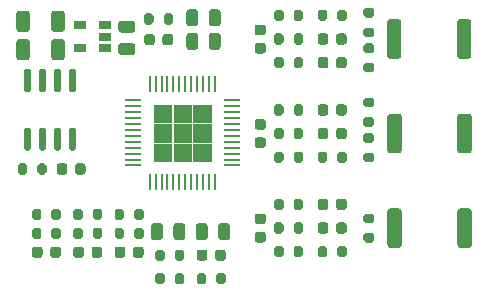
<source format=gbp>
G04 #@! TF.GenerationSoftware,KiCad,Pcbnew,8.0.4+1*
G04 #@! TF.CreationDate,2024-10-19T21:08:08+00:00*
G04 #@! TF.ProjectId,xESC2,78455343-322e-46b6-9963-61645f706362,rev?*
G04 #@! TF.SameCoordinates,Original*
G04 #@! TF.FileFunction,Paste,Bot*
G04 #@! TF.FilePolarity,Positive*
%FSLAX46Y46*%
G04 Gerber Fmt 4.6, Leading zero omitted, Abs format (unit mm)*
G04 Created by KiCad (PCBNEW 8.0.4+1) date 2024-10-19 21:08:08*
%MOMM*%
%LPD*%
G01*
G04 APERTURE LIST*
%ADD10C,0.100000*%
%ADD11R,0.279400X1.340599*%
%ADD12R,1.340599X0.279400*%
%ADD13R,1.060000X0.650000*%
G04 APERTURE END LIST*
D10*
X246266034Y-117416034D02*
X244798100Y-117416034D01*
X244798100Y-115948100D01*
X246266034Y-115948100D01*
X246266034Y-117416034D01*
G36*
X246266034Y-117416034D02*
G01*
X244798100Y-117416034D01*
X244798100Y-115948100D01*
X246266034Y-115948100D01*
X246266034Y-117416034D01*
G37*
X246266034Y-119083967D02*
X244798100Y-119083967D01*
X244798100Y-117616033D01*
X246266034Y-117616033D01*
X246266034Y-119083967D01*
G36*
X246266034Y-119083967D02*
G01*
X244798100Y-119083967D01*
X244798100Y-117616033D01*
X246266034Y-117616033D01*
X246266034Y-119083967D01*
G37*
X246266034Y-120751900D02*
X244798100Y-120751900D01*
X244798100Y-119283966D01*
X246266034Y-119283966D01*
X246266034Y-120751900D01*
G36*
X246266034Y-120751900D02*
G01*
X244798100Y-120751900D01*
X244798100Y-119283966D01*
X246266034Y-119283966D01*
X246266034Y-120751900D01*
G37*
X247933967Y-117416034D02*
X246466033Y-117416034D01*
X246466033Y-115948100D01*
X247933967Y-115948100D01*
X247933967Y-117416034D01*
G36*
X247933967Y-117416034D02*
G01*
X246466033Y-117416034D01*
X246466033Y-115948100D01*
X247933967Y-115948100D01*
X247933967Y-117416034D01*
G37*
X247933967Y-119083967D02*
X246466033Y-119083967D01*
X246466033Y-117616033D01*
X247933967Y-117616033D01*
X247933967Y-119083967D01*
G36*
X247933967Y-119083967D02*
G01*
X246466033Y-119083967D01*
X246466033Y-117616033D01*
X247933967Y-117616033D01*
X247933967Y-119083967D01*
G37*
X247933967Y-120751900D02*
X246466033Y-120751900D01*
X246466033Y-119283966D01*
X247933967Y-119283966D01*
X247933967Y-120751900D01*
G36*
X247933967Y-120751900D02*
G01*
X246466033Y-120751900D01*
X246466033Y-119283966D01*
X247933967Y-119283966D01*
X247933967Y-120751900D01*
G37*
X249601900Y-117416034D02*
X248133966Y-117416034D01*
X248133966Y-115948100D01*
X249601900Y-115948100D01*
X249601900Y-117416034D01*
G36*
X249601900Y-117416034D02*
G01*
X248133966Y-117416034D01*
X248133966Y-115948100D01*
X249601900Y-115948100D01*
X249601900Y-117416034D01*
G37*
X249601900Y-119083967D02*
X248133966Y-119083967D01*
X248133966Y-117616033D01*
X249601900Y-117616033D01*
X249601900Y-119083967D01*
G36*
X249601900Y-119083967D02*
G01*
X248133966Y-119083967D01*
X248133966Y-117616033D01*
X249601900Y-117616033D01*
X249601900Y-119083967D01*
G37*
X249601900Y-120751900D02*
X248133966Y-120751900D01*
X248133966Y-119283966D01*
X249601900Y-119283966D01*
X249601900Y-120751900D01*
G36*
X249601900Y-120751900D02*
G01*
X248133966Y-120751900D01*
X248133966Y-119283966D01*
X249601900Y-119283966D01*
X249601900Y-120751900D01*
G37*
G36*
G01*
X257425000Y-124125000D02*
X257425000Y-124675000D01*
G75*
G02*
X257225000Y-124875000I-200000J0D01*
G01*
X256825000Y-124875000D01*
G75*
G02*
X256625000Y-124675000I0J200000D01*
G01*
X256625000Y-124125000D01*
G75*
G02*
X256825000Y-123925000I200000J0D01*
G01*
X257225000Y-123925000D01*
G75*
G02*
X257425000Y-124125000I0J-200000D01*
G01*
G37*
G36*
G01*
X255775000Y-124125000D02*
X255775000Y-124675000D01*
G75*
G02*
X255575000Y-124875000I-200000J0D01*
G01*
X255175000Y-124875000D01*
G75*
G02*
X254975000Y-124675000I0J200000D01*
G01*
X254975000Y-124125000D01*
G75*
G02*
X255175000Y-123925000I200000J0D01*
G01*
X255575000Y-123925000D01*
G75*
G02*
X255775000Y-124125000I0J-200000D01*
G01*
G37*
G36*
G01*
X244550000Y-127175000D02*
X244550000Y-126225000D01*
G75*
G02*
X244800000Y-125975000I250000J0D01*
G01*
X245300000Y-125975000D01*
G75*
G02*
X245550000Y-126225000I0J-250000D01*
G01*
X245550000Y-127175000D01*
G75*
G02*
X245300000Y-127425000I-250000J0D01*
G01*
X244800000Y-127425000D01*
G75*
G02*
X244550000Y-127175000I0J250000D01*
G01*
G37*
G36*
G01*
X246450000Y-127175000D02*
X246450000Y-126225000D01*
G75*
G02*
X246700000Y-125975000I250000J0D01*
G01*
X247200000Y-125975000D01*
G75*
G02*
X247450000Y-126225000I0J-250000D01*
G01*
X247450000Y-127175000D01*
G75*
G02*
X247200000Y-127425000I-250000J0D01*
G01*
X246700000Y-127425000D01*
G75*
G02*
X246450000Y-127175000I0J250000D01*
G01*
G37*
G36*
G01*
X251250000Y-126225000D02*
X251250000Y-127175000D01*
G75*
G02*
X251000000Y-127425000I-250000J0D01*
G01*
X250500000Y-127425000D01*
G75*
G02*
X250250000Y-127175000I0J250000D01*
G01*
X250250000Y-126225000D01*
G75*
G02*
X250500000Y-125975000I250000J0D01*
G01*
X251000000Y-125975000D01*
G75*
G02*
X251250000Y-126225000I0J-250000D01*
G01*
G37*
G36*
G01*
X249350000Y-126225000D02*
X249350000Y-127175000D01*
G75*
G02*
X249100000Y-127425000I-250000J0D01*
G01*
X248600000Y-127425000D01*
G75*
G02*
X248350000Y-127175000I0J250000D01*
G01*
X248350000Y-126225000D01*
G75*
G02*
X248600000Y-125975000I250000J0D01*
G01*
X249100000Y-125975000D01*
G75*
G02*
X249350000Y-126225000I0J-250000D01*
G01*
G37*
G36*
G01*
X248425000Y-128950000D02*
X248425000Y-128450000D01*
G75*
G02*
X248650000Y-128225000I225000J0D01*
G01*
X249100000Y-128225000D01*
G75*
G02*
X249325000Y-128450000I0J-225000D01*
G01*
X249325000Y-128950000D01*
G75*
G02*
X249100000Y-129175000I-225000J0D01*
G01*
X248650000Y-129175000D01*
G75*
G02*
X248425000Y-128950000I0J225000D01*
G01*
G37*
G36*
G01*
X249975000Y-128950000D02*
X249975000Y-128450000D01*
G75*
G02*
X250200000Y-128225000I225000J0D01*
G01*
X250650000Y-128225000D01*
G75*
G02*
X250875000Y-128450000I0J-225000D01*
G01*
X250875000Y-128950000D01*
G75*
G02*
X250650000Y-129175000I-225000J0D01*
G01*
X250200000Y-129175000D01*
G75*
G02*
X249975000Y-128950000I0J225000D01*
G01*
G37*
G36*
G01*
X243925000Y-128200000D02*
X243925000Y-128700000D01*
G75*
G02*
X243700000Y-128925000I-225000J0D01*
G01*
X243250000Y-128925000D01*
G75*
G02*
X243025000Y-128700000I0J225000D01*
G01*
X243025000Y-128200000D01*
G75*
G02*
X243250000Y-127975000I225000J0D01*
G01*
X243700000Y-127975000D01*
G75*
G02*
X243925000Y-128200000I0J-225000D01*
G01*
G37*
G36*
G01*
X242375000Y-128200000D02*
X242375000Y-128700000D01*
G75*
G02*
X242150000Y-128925000I-225000J0D01*
G01*
X241700000Y-128925000D01*
G75*
G02*
X241475000Y-128700000I0J225000D01*
G01*
X241475000Y-128200000D01*
G75*
G02*
X241700000Y-127975000I225000J0D01*
G01*
X242150000Y-127975000D01*
G75*
G02*
X242375000Y-128200000I0J-225000D01*
G01*
G37*
G36*
G01*
X243975000Y-110700000D02*
X243975000Y-110200000D01*
G75*
G02*
X244200000Y-109975000I225000J0D01*
G01*
X244650000Y-109975000D01*
G75*
G02*
X244875000Y-110200000I0J-225000D01*
G01*
X244875000Y-110700000D01*
G75*
G02*
X244650000Y-110925000I-225000J0D01*
G01*
X244200000Y-110925000D01*
G75*
G02*
X243975000Y-110700000I0J225000D01*
G01*
G37*
G36*
G01*
X245525000Y-110700000D02*
X245525000Y-110200000D01*
G75*
G02*
X245750000Y-109975000I225000J0D01*
G01*
X246200000Y-109975000D01*
G75*
G02*
X246425000Y-110200000I0J-225000D01*
G01*
X246425000Y-110700000D01*
G75*
G02*
X246200000Y-110925000I-225000J0D01*
G01*
X245750000Y-110925000D01*
G75*
G02*
X245525000Y-110700000I0J225000D01*
G01*
G37*
G36*
G01*
X242975000Y-111750000D02*
X242025000Y-111750000D01*
G75*
G02*
X241775000Y-111500000I0J250000D01*
G01*
X241775000Y-111000000D01*
G75*
G02*
X242025000Y-110750000I250000J0D01*
G01*
X242975000Y-110750000D01*
G75*
G02*
X243225000Y-111000000I0J-250000D01*
G01*
X243225000Y-111500000D01*
G75*
G02*
X242975000Y-111750000I-250000J0D01*
G01*
G37*
G36*
G01*
X242975000Y-109850000D02*
X242025000Y-109850000D01*
G75*
G02*
X241775000Y-109600000I0J250000D01*
G01*
X241775000Y-109100000D01*
G75*
G02*
X242025000Y-108850000I250000J0D01*
G01*
X242975000Y-108850000D01*
G75*
G02*
X243225000Y-109100000I0J-250000D01*
G01*
X243225000Y-109600000D01*
G75*
G02*
X242975000Y-109850000I-250000J0D01*
G01*
G37*
G36*
G01*
X258675000Y-116650000D02*
X258675000Y-116150000D01*
G75*
G02*
X258900000Y-115925000I225000J0D01*
G01*
X259350000Y-115925000D01*
G75*
G02*
X259575000Y-116150000I0J-225000D01*
G01*
X259575000Y-116650000D01*
G75*
G02*
X259350000Y-116875000I-225000J0D01*
G01*
X258900000Y-116875000D01*
G75*
G02*
X258675000Y-116650000I0J225000D01*
G01*
G37*
G36*
G01*
X260225000Y-116650000D02*
X260225000Y-116150000D01*
G75*
G02*
X260450000Y-115925000I225000J0D01*
G01*
X260900000Y-115925000D01*
G75*
G02*
X261125000Y-116150000I0J-225000D01*
G01*
X261125000Y-116650000D01*
G75*
G02*
X260900000Y-116875000I-225000J0D01*
G01*
X260450000Y-116875000D01*
G75*
G02*
X260225000Y-116650000I0J225000D01*
G01*
G37*
G36*
G01*
X258675000Y-112650000D02*
X258675000Y-112150000D01*
G75*
G02*
X258900000Y-111925000I225000J0D01*
G01*
X259350000Y-111925000D01*
G75*
G02*
X259575000Y-112150000I0J-225000D01*
G01*
X259575000Y-112650000D01*
G75*
G02*
X259350000Y-112875000I-225000J0D01*
G01*
X258900000Y-112875000D01*
G75*
G02*
X258675000Y-112650000I0J225000D01*
G01*
G37*
G36*
G01*
X260225000Y-112650000D02*
X260225000Y-112150000D01*
G75*
G02*
X260450000Y-111925000I225000J0D01*
G01*
X260900000Y-111925000D01*
G75*
G02*
X261125000Y-112150000I0J-225000D01*
G01*
X261125000Y-112650000D01*
G75*
G02*
X260900000Y-112875000I-225000J0D01*
G01*
X260450000Y-112875000D01*
G75*
G02*
X260225000Y-112650000I0J225000D01*
G01*
G37*
G36*
G01*
X257425000Y-118125000D02*
X257425000Y-118675000D01*
G75*
G02*
X257225000Y-118875000I-200000J0D01*
G01*
X256825000Y-118875000D01*
G75*
G02*
X256625000Y-118675000I0J200000D01*
G01*
X256625000Y-118125000D01*
G75*
G02*
X256825000Y-117925000I200000J0D01*
G01*
X257225000Y-117925000D01*
G75*
G02*
X257425000Y-118125000I0J-200000D01*
G01*
G37*
G36*
G01*
X255775000Y-118125000D02*
X255775000Y-118675000D01*
G75*
G02*
X255575000Y-118875000I-200000J0D01*
G01*
X255175000Y-118875000D01*
G75*
G02*
X254975000Y-118675000I0J200000D01*
G01*
X254975000Y-118125000D01*
G75*
G02*
X255175000Y-117925000I200000J0D01*
G01*
X255575000Y-117925000D01*
G75*
G02*
X255775000Y-118125000I0J-200000D01*
G01*
G37*
G36*
G01*
X257425000Y-120125000D02*
X257425000Y-120675000D01*
G75*
G02*
X257225000Y-120875000I-200000J0D01*
G01*
X256825000Y-120875000D01*
G75*
G02*
X256625000Y-120675000I0J200000D01*
G01*
X256625000Y-120125000D01*
G75*
G02*
X256825000Y-119925000I200000J0D01*
G01*
X257225000Y-119925000D01*
G75*
G02*
X257425000Y-120125000I0J-200000D01*
G01*
G37*
G36*
G01*
X255775000Y-120125000D02*
X255775000Y-120675000D01*
G75*
G02*
X255575000Y-120875000I-200000J0D01*
G01*
X255175000Y-120875000D01*
G75*
G02*
X254975000Y-120675000I0J200000D01*
G01*
X254975000Y-120125000D01*
G75*
G02*
X255175000Y-119925000I200000J0D01*
G01*
X255575000Y-119925000D01*
G75*
G02*
X255775000Y-120125000I0J-200000D01*
G01*
G37*
G36*
G01*
X240425000Y-128200000D02*
X240425000Y-128700000D01*
G75*
G02*
X240200000Y-128925000I-225000J0D01*
G01*
X239750000Y-128925000D01*
G75*
G02*
X239525000Y-128700000I0J225000D01*
G01*
X239525000Y-128200000D01*
G75*
G02*
X239750000Y-127975000I225000J0D01*
G01*
X240200000Y-127975000D01*
G75*
G02*
X240425000Y-128200000I0J-225000D01*
G01*
G37*
G36*
G01*
X238875000Y-128200000D02*
X238875000Y-128700000D01*
G75*
G02*
X238650000Y-128925000I-225000J0D01*
G01*
X238200000Y-128925000D01*
G75*
G02*
X237975000Y-128700000I0J225000D01*
G01*
X237975000Y-128200000D01*
G75*
G02*
X238200000Y-127975000I225000J0D01*
G01*
X238650000Y-127975000D01*
G75*
G02*
X238875000Y-128200000I0J-225000D01*
G01*
G37*
G36*
G01*
X271712500Y-116974999D02*
X271712500Y-119825001D01*
G75*
G02*
X271462501Y-120075000I-249999J0D01*
G01*
X270737499Y-120075000D01*
G75*
G02*
X270487500Y-119825001I0J249999D01*
G01*
X270487500Y-116974999D01*
G75*
G02*
X270737499Y-116725000I249999J0D01*
G01*
X271462501Y-116725000D01*
G75*
G02*
X271712500Y-116974999I0J-249999D01*
G01*
G37*
G36*
G01*
X265787500Y-116974999D02*
X265787500Y-119825001D01*
G75*
G02*
X265537501Y-120075000I-249999J0D01*
G01*
X264812499Y-120075000D01*
G75*
G02*
X264562500Y-119825001I0J249999D01*
G01*
X264562500Y-116974999D01*
G75*
G02*
X264812499Y-116725000I249999J0D01*
G01*
X265537501Y-116725000D01*
G75*
G02*
X265787500Y-116974999I0J-249999D01*
G01*
G37*
G36*
G01*
X236925000Y-128200000D02*
X236925000Y-128700000D01*
G75*
G02*
X236700000Y-128925000I-225000J0D01*
G01*
X236250000Y-128925000D01*
G75*
G02*
X236025000Y-128700000I0J225000D01*
G01*
X236025000Y-128200000D01*
G75*
G02*
X236250000Y-127975000I225000J0D01*
G01*
X236700000Y-127975000D01*
G75*
G02*
X236925000Y-128200000I0J-225000D01*
G01*
G37*
G36*
G01*
X235375000Y-128200000D02*
X235375000Y-128700000D01*
G75*
G02*
X235150000Y-128925000I-225000J0D01*
G01*
X234700000Y-128925000D01*
G75*
G02*
X234475000Y-128700000I0J225000D01*
G01*
X234475000Y-128200000D01*
G75*
G02*
X234700000Y-127975000I225000J0D01*
G01*
X235150000Y-127975000D01*
G75*
G02*
X235375000Y-128200000I0J-225000D01*
G01*
G37*
G36*
G01*
X257425000Y-116125000D02*
X257425000Y-116675000D01*
G75*
G02*
X257225000Y-116875000I-200000J0D01*
G01*
X256825000Y-116875000D01*
G75*
G02*
X256625000Y-116675000I0J200000D01*
G01*
X256625000Y-116125000D01*
G75*
G02*
X256825000Y-115925000I200000J0D01*
G01*
X257225000Y-115925000D01*
G75*
G02*
X257425000Y-116125000I0J-200000D01*
G01*
G37*
G36*
G01*
X255775000Y-116125000D02*
X255775000Y-116675000D01*
G75*
G02*
X255575000Y-116875000I-200000J0D01*
G01*
X255175000Y-116875000D01*
G75*
G02*
X254975000Y-116675000I0J200000D01*
G01*
X254975000Y-116125000D01*
G75*
G02*
X255175000Y-115925000I200000J0D01*
G01*
X255575000Y-115925000D01*
G75*
G02*
X255775000Y-116125000I0J-200000D01*
G01*
G37*
G36*
G01*
X257425000Y-110125000D02*
X257425000Y-110675000D01*
G75*
G02*
X257225000Y-110875000I-200000J0D01*
G01*
X256825000Y-110875000D01*
G75*
G02*
X256625000Y-110675000I0J200000D01*
G01*
X256625000Y-110125000D01*
G75*
G02*
X256825000Y-109925000I200000J0D01*
G01*
X257225000Y-109925000D01*
G75*
G02*
X257425000Y-110125000I0J-200000D01*
G01*
G37*
G36*
G01*
X255775000Y-110125000D02*
X255775000Y-110675000D01*
G75*
G02*
X255575000Y-110875000I-200000J0D01*
G01*
X255175000Y-110875000D01*
G75*
G02*
X254975000Y-110675000I0J200000D01*
G01*
X254975000Y-110125000D01*
G75*
G02*
X255175000Y-109925000I200000J0D01*
G01*
X255575000Y-109925000D01*
G75*
G02*
X255775000Y-110125000I0J-200000D01*
G01*
G37*
G36*
G01*
X257425000Y-108125000D02*
X257425000Y-108675000D01*
G75*
G02*
X257225000Y-108875000I-200000J0D01*
G01*
X256825000Y-108875000D01*
G75*
G02*
X256625000Y-108675000I0J200000D01*
G01*
X256625000Y-108125000D01*
G75*
G02*
X256825000Y-107925000I200000J0D01*
G01*
X257225000Y-107925000D01*
G75*
G02*
X257425000Y-108125000I0J-200000D01*
G01*
G37*
G36*
G01*
X255775000Y-108125000D02*
X255775000Y-108675000D01*
G75*
G02*
X255575000Y-108875000I-200000J0D01*
G01*
X255175000Y-108875000D01*
G75*
G02*
X254975000Y-108675000I0J200000D01*
G01*
X254975000Y-108125000D01*
G75*
G02*
X255175000Y-107925000I200000J0D01*
G01*
X255575000Y-107925000D01*
G75*
G02*
X255775000Y-108125000I0J-200000D01*
G01*
G37*
G36*
G01*
X271675000Y-108974999D02*
X271675000Y-111825001D01*
G75*
G02*
X271425001Y-112075000I-249999J0D01*
G01*
X270699999Y-112075000D01*
G75*
G02*
X270450000Y-111825001I0J249999D01*
G01*
X270450000Y-108974999D01*
G75*
G02*
X270699999Y-108725000I249999J0D01*
G01*
X271425001Y-108725000D01*
G75*
G02*
X271675000Y-108974999I0J-249999D01*
G01*
G37*
G36*
G01*
X265750000Y-108974999D02*
X265750000Y-111825001D01*
G75*
G02*
X265500001Y-112075000I-249999J0D01*
G01*
X264774999Y-112075000D01*
G75*
G02*
X264525000Y-111825001I0J249999D01*
G01*
X264525000Y-108974999D01*
G75*
G02*
X264774999Y-108725000I249999J0D01*
G01*
X265500001Y-108725000D01*
G75*
G02*
X265750000Y-108974999I0J-249999D01*
G01*
G37*
G36*
G01*
X244925000Y-128975000D02*
X244925000Y-128425000D01*
G75*
G02*
X245125000Y-128225000I200000J0D01*
G01*
X245525000Y-128225000D01*
G75*
G02*
X245725000Y-128425000I0J-200000D01*
G01*
X245725000Y-128975000D01*
G75*
G02*
X245525000Y-129175000I-200000J0D01*
G01*
X245125000Y-129175000D01*
G75*
G02*
X244925000Y-128975000I0J200000D01*
G01*
G37*
G36*
G01*
X246575000Y-128975000D02*
X246575000Y-128425000D01*
G75*
G02*
X246775000Y-128225000I200000J0D01*
G01*
X247175000Y-128225000D01*
G75*
G02*
X247375000Y-128425000I0J-200000D01*
G01*
X247375000Y-128975000D01*
G75*
G02*
X247175000Y-129175000I-200000J0D01*
G01*
X246775000Y-129175000D01*
G75*
G02*
X246575000Y-128975000I0J200000D01*
G01*
G37*
G36*
G01*
X248425000Y-130975000D02*
X248425000Y-130425000D01*
G75*
G02*
X248625000Y-130225000I200000J0D01*
G01*
X249025000Y-130225000D01*
G75*
G02*
X249225000Y-130425000I0J-200000D01*
G01*
X249225000Y-130975000D01*
G75*
G02*
X249025000Y-131175000I-200000J0D01*
G01*
X248625000Y-131175000D01*
G75*
G02*
X248425000Y-130975000I0J200000D01*
G01*
G37*
G36*
G01*
X250075000Y-130975000D02*
X250075000Y-130425000D01*
G75*
G02*
X250275000Y-130225000I200000J0D01*
G01*
X250675000Y-130225000D01*
G75*
G02*
X250875000Y-130425000I0J-200000D01*
G01*
X250875000Y-130975000D01*
G75*
G02*
X250675000Y-131175000I-200000J0D01*
G01*
X250275000Y-131175000D01*
G75*
G02*
X250075000Y-130975000I0J200000D01*
G01*
G37*
G36*
G01*
X244925000Y-130975000D02*
X244925000Y-130425000D01*
G75*
G02*
X245125000Y-130225000I200000J0D01*
G01*
X245525000Y-130225000D01*
G75*
G02*
X245725000Y-130425000I0J-200000D01*
G01*
X245725000Y-130975000D01*
G75*
G02*
X245525000Y-131175000I-200000J0D01*
G01*
X245125000Y-131175000D01*
G75*
G02*
X244925000Y-130975000I0J200000D01*
G01*
G37*
G36*
G01*
X246575000Y-130975000D02*
X246575000Y-130425000D01*
G75*
G02*
X246775000Y-130225000I200000J0D01*
G01*
X247175000Y-130225000D01*
G75*
G02*
X247375000Y-130425000I0J-200000D01*
G01*
X247375000Y-130975000D01*
G75*
G02*
X247175000Y-131175000I-200000J0D01*
G01*
X246775000Y-131175000D01*
G75*
G02*
X246575000Y-130975000I0J200000D01*
G01*
G37*
G36*
G01*
X241475000Y-125525000D02*
X241475000Y-124975000D01*
G75*
G02*
X241675000Y-124775000I200000J0D01*
G01*
X242075000Y-124775000D01*
G75*
G02*
X242275000Y-124975000I0J-200000D01*
G01*
X242275000Y-125525000D01*
G75*
G02*
X242075000Y-125725000I-200000J0D01*
G01*
X241675000Y-125725000D01*
G75*
G02*
X241475000Y-125525000I0J200000D01*
G01*
G37*
G36*
G01*
X243125000Y-125525000D02*
X243125000Y-124975000D01*
G75*
G02*
X243325000Y-124775000I200000J0D01*
G01*
X243725000Y-124775000D01*
G75*
G02*
X243925000Y-124975000I0J-200000D01*
G01*
X243925000Y-125525000D01*
G75*
G02*
X243725000Y-125725000I-200000J0D01*
G01*
X243325000Y-125725000D01*
G75*
G02*
X243125000Y-125525000I0J200000D01*
G01*
G37*
G36*
G01*
X243925000Y-126575000D02*
X243925000Y-127125000D01*
G75*
G02*
X243725000Y-127325000I-200000J0D01*
G01*
X243325000Y-127325000D01*
G75*
G02*
X243125000Y-127125000I0J200000D01*
G01*
X243125000Y-126575000D01*
G75*
G02*
X243325000Y-126375000I200000J0D01*
G01*
X243725000Y-126375000D01*
G75*
G02*
X243925000Y-126575000I0J-200000D01*
G01*
G37*
G36*
G01*
X242275000Y-126575000D02*
X242275000Y-127125000D01*
G75*
G02*
X242075000Y-127325000I-200000J0D01*
G01*
X241675000Y-127325000D01*
G75*
G02*
X241475000Y-127125000I0J200000D01*
G01*
X241475000Y-126575000D01*
G75*
G02*
X241675000Y-126375000I200000J0D01*
G01*
X242075000Y-126375000D01*
G75*
G02*
X242275000Y-126575000I0J-200000D01*
G01*
G37*
G36*
G01*
X237975000Y-125525000D02*
X237975000Y-124975000D01*
G75*
G02*
X238175000Y-124775000I200000J0D01*
G01*
X238575000Y-124775000D01*
G75*
G02*
X238775000Y-124975000I0J-200000D01*
G01*
X238775000Y-125525000D01*
G75*
G02*
X238575000Y-125725000I-200000J0D01*
G01*
X238175000Y-125725000D01*
G75*
G02*
X237975000Y-125525000I0J200000D01*
G01*
G37*
G36*
G01*
X239625000Y-125525000D02*
X239625000Y-124975000D01*
G75*
G02*
X239825000Y-124775000I200000J0D01*
G01*
X240225000Y-124775000D01*
G75*
G02*
X240425000Y-124975000I0J-200000D01*
G01*
X240425000Y-125525000D01*
G75*
G02*
X240225000Y-125725000I-200000J0D01*
G01*
X239825000Y-125725000D01*
G75*
G02*
X239625000Y-125525000I0J200000D01*
G01*
G37*
G36*
G01*
X240425000Y-126575000D02*
X240425000Y-127125000D01*
G75*
G02*
X240225000Y-127325000I-200000J0D01*
G01*
X239825000Y-127325000D01*
G75*
G02*
X239625000Y-127125000I0J200000D01*
G01*
X239625000Y-126575000D01*
G75*
G02*
X239825000Y-126375000I200000J0D01*
G01*
X240225000Y-126375000D01*
G75*
G02*
X240425000Y-126575000I0J-200000D01*
G01*
G37*
G36*
G01*
X238775000Y-126575000D02*
X238775000Y-127125000D01*
G75*
G02*
X238575000Y-127325000I-200000J0D01*
G01*
X238175000Y-127325000D01*
G75*
G02*
X237975000Y-127125000I0J200000D01*
G01*
X237975000Y-126575000D01*
G75*
G02*
X238175000Y-126375000I200000J0D01*
G01*
X238575000Y-126375000D01*
G75*
G02*
X238775000Y-126575000I0J-200000D01*
G01*
G37*
G36*
G01*
X234475000Y-125525000D02*
X234475000Y-124975000D01*
G75*
G02*
X234675000Y-124775000I200000J0D01*
G01*
X235075000Y-124775000D01*
G75*
G02*
X235275000Y-124975000I0J-200000D01*
G01*
X235275000Y-125525000D01*
G75*
G02*
X235075000Y-125725000I-200000J0D01*
G01*
X234675000Y-125725000D01*
G75*
G02*
X234475000Y-125525000I0J200000D01*
G01*
G37*
G36*
G01*
X236125000Y-125525000D02*
X236125000Y-124975000D01*
G75*
G02*
X236325000Y-124775000I200000J0D01*
G01*
X236725000Y-124775000D01*
G75*
G02*
X236925000Y-124975000I0J-200000D01*
G01*
X236925000Y-125525000D01*
G75*
G02*
X236725000Y-125725000I-200000J0D01*
G01*
X236325000Y-125725000D01*
G75*
G02*
X236125000Y-125525000I0J200000D01*
G01*
G37*
G36*
G01*
X236925000Y-126575000D02*
X236925000Y-127125000D01*
G75*
G02*
X236725000Y-127325000I-200000J0D01*
G01*
X236325000Y-127325000D01*
G75*
G02*
X236125000Y-127125000I0J200000D01*
G01*
X236125000Y-126575000D01*
G75*
G02*
X236325000Y-126375000I200000J0D01*
G01*
X236725000Y-126375000D01*
G75*
G02*
X236925000Y-126575000I0J-200000D01*
G01*
G37*
G36*
G01*
X235275000Y-126575000D02*
X235275000Y-127125000D01*
G75*
G02*
X235075000Y-127325000I-200000J0D01*
G01*
X234675000Y-127325000D01*
G75*
G02*
X234475000Y-127125000I0J200000D01*
G01*
X234475000Y-126575000D01*
G75*
G02*
X234675000Y-126375000I200000J0D01*
G01*
X235075000Y-126375000D01*
G75*
G02*
X235275000Y-126575000I0J-200000D01*
G01*
G37*
G36*
G01*
X243975000Y-108975000D02*
X243975000Y-108425000D01*
G75*
G02*
X244175000Y-108225000I200000J0D01*
G01*
X244575000Y-108225000D01*
G75*
G02*
X244775000Y-108425000I0J-200000D01*
G01*
X244775000Y-108975000D01*
G75*
G02*
X244575000Y-109175000I-200000J0D01*
G01*
X244175000Y-109175000D01*
G75*
G02*
X243975000Y-108975000I0J200000D01*
G01*
G37*
G36*
G01*
X245625000Y-108975000D02*
X245625000Y-108425000D01*
G75*
G02*
X245825000Y-108225000I200000J0D01*
G01*
X246225000Y-108225000D01*
G75*
G02*
X246425000Y-108425000I0J-200000D01*
G01*
X246425000Y-108975000D01*
G75*
G02*
X246225000Y-109175000I-200000J0D01*
G01*
X245825000Y-109175000D01*
G75*
G02*
X245625000Y-108975000I0J200000D01*
G01*
G37*
G36*
G01*
X257425000Y-128125000D02*
X257425000Y-128675000D01*
G75*
G02*
X257225000Y-128875000I-200000J0D01*
G01*
X256825000Y-128875000D01*
G75*
G02*
X256625000Y-128675000I0J200000D01*
G01*
X256625000Y-128125000D01*
G75*
G02*
X256825000Y-127925000I200000J0D01*
G01*
X257225000Y-127925000D01*
G75*
G02*
X257425000Y-128125000I0J-200000D01*
G01*
G37*
G36*
G01*
X255775000Y-128125000D02*
X255775000Y-128675000D01*
G75*
G02*
X255575000Y-128875000I-200000J0D01*
G01*
X255175000Y-128875000D01*
G75*
G02*
X254975000Y-128675000I0J200000D01*
G01*
X254975000Y-128125000D01*
G75*
G02*
X255175000Y-127925000I200000J0D01*
G01*
X255575000Y-127925000D01*
G75*
G02*
X255775000Y-128125000I0J-200000D01*
G01*
G37*
G36*
G01*
X271712500Y-124974999D02*
X271712500Y-127825001D01*
G75*
G02*
X271462501Y-128075000I-249999J0D01*
G01*
X270737499Y-128075000D01*
G75*
G02*
X270487500Y-127825001I0J249999D01*
G01*
X270487500Y-124974999D01*
G75*
G02*
X270737499Y-124725000I249999J0D01*
G01*
X271462501Y-124725000D01*
G75*
G02*
X271712500Y-124974999I0J-249999D01*
G01*
G37*
G36*
G01*
X265787500Y-124974999D02*
X265787500Y-127825001D01*
G75*
G02*
X265537501Y-128075000I-249999J0D01*
G01*
X264812499Y-128075000D01*
G75*
G02*
X264562500Y-127825001I0J249999D01*
G01*
X264562500Y-124974999D01*
G75*
G02*
X264812499Y-124725000I249999J0D01*
G01*
X265537501Y-124725000D01*
G75*
G02*
X265787500Y-124974999I0J-249999D01*
G01*
G37*
G36*
G01*
X250450000Y-110125000D02*
X250450000Y-111075000D01*
G75*
G02*
X250200000Y-111325000I-250000J0D01*
G01*
X249700000Y-111325000D01*
G75*
G02*
X249450000Y-111075000I0J250000D01*
G01*
X249450000Y-110125000D01*
G75*
G02*
X249700000Y-109875000I250000J0D01*
G01*
X250200000Y-109875000D01*
G75*
G02*
X250450000Y-110125000I0J-250000D01*
G01*
G37*
G36*
G01*
X248550000Y-110125000D02*
X248550000Y-111075000D01*
G75*
G02*
X248300000Y-111325000I-250000J0D01*
G01*
X247800000Y-111325000D01*
G75*
G02*
X247550000Y-111075000I0J250000D01*
G01*
X247550000Y-110125000D01*
G75*
G02*
X247800000Y-109875000I250000J0D01*
G01*
X248300000Y-109875000D01*
G75*
G02*
X248550000Y-110125000I0J-250000D01*
G01*
G37*
G36*
G01*
X247550000Y-109075000D02*
X247550000Y-108125000D01*
G75*
G02*
X247800000Y-107875000I250000J0D01*
G01*
X248300000Y-107875000D01*
G75*
G02*
X248550000Y-108125000I0J-250000D01*
G01*
X248550000Y-109075000D01*
G75*
G02*
X248300000Y-109325000I-250000J0D01*
G01*
X247800000Y-109325000D01*
G75*
G02*
X247550000Y-109075000I0J250000D01*
G01*
G37*
G36*
G01*
X249450000Y-109075000D02*
X249450000Y-108125000D01*
G75*
G02*
X249700000Y-107875000I250000J0D01*
G01*
X250200000Y-107875000D01*
G75*
G02*
X250450000Y-108125000I0J-250000D01*
G01*
X250450000Y-109075000D01*
G75*
G02*
X250200000Y-109325000I-250000J0D01*
G01*
X249700000Y-109325000D01*
G75*
G02*
X249450000Y-109075000I0J250000D01*
G01*
G37*
G36*
G01*
X261125000Y-126150000D02*
X261125000Y-126650000D01*
G75*
G02*
X260900000Y-126875000I-225000J0D01*
G01*
X260450000Y-126875000D01*
G75*
G02*
X260225000Y-126650000I0J225000D01*
G01*
X260225000Y-126150000D01*
G75*
G02*
X260450000Y-125925000I225000J0D01*
G01*
X260900000Y-125925000D01*
G75*
G02*
X261125000Y-126150000I0J-225000D01*
G01*
G37*
G36*
G01*
X259575000Y-126150000D02*
X259575000Y-126650000D01*
G75*
G02*
X259350000Y-126875000I-225000J0D01*
G01*
X258900000Y-126875000D01*
G75*
G02*
X258675000Y-126650000I0J225000D01*
G01*
X258675000Y-126150000D01*
G75*
G02*
X258900000Y-125925000I225000J0D01*
G01*
X259350000Y-125925000D01*
G75*
G02*
X259575000Y-126150000I0J-225000D01*
G01*
G37*
G36*
G01*
X261125000Y-118150000D02*
X261125000Y-118650000D01*
G75*
G02*
X260900000Y-118875000I-225000J0D01*
G01*
X260450000Y-118875000D01*
G75*
G02*
X260225000Y-118650000I0J225000D01*
G01*
X260225000Y-118150000D01*
G75*
G02*
X260450000Y-117925000I225000J0D01*
G01*
X260900000Y-117925000D01*
G75*
G02*
X261125000Y-118150000I0J-225000D01*
G01*
G37*
G36*
G01*
X259575000Y-118150000D02*
X259575000Y-118650000D01*
G75*
G02*
X259350000Y-118875000I-225000J0D01*
G01*
X258900000Y-118875000D01*
G75*
G02*
X258675000Y-118650000I0J225000D01*
G01*
X258675000Y-118150000D01*
G75*
G02*
X258900000Y-117925000I225000J0D01*
G01*
X259350000Y-117925000D01*
G75*
G02*
X259575000Y-118150000I0J-225000D01*
G01*
G37*
G36*
G01*
X262725000Y-118375000D02*
X263275000Y-118375000D01*
G75*
G02*
X263475000Y-118575000I0J-200000D01*
G01*
X263475000Y-118975000D01*
G75*
G02*
X263275000Y-119175000I-200000J0D01*
G01*
X262725000Y-119175000D01*
G75*
G02*
X262525000Y-118975000I0J200000D01*
G01*
X262525000Y-118575000D01*
G75*
G02*
X262725000Y-118375000I200000J0D01*
G01*
G37*
G36*
G01*
X262725000Y-120025000D02*
X263275000Y-120025000D01*
G75*
G02*
X263475000Y-120225000I0J-200000D01*
G01*
X263475000Y-120625000D01*
G75*
G02*
X263275000Y-120825000I-200000J0D01*
G01*
X262725000Y-120825000D01*
G75*
G02*
X262525000Y-120625000I0J200000D01*
G01*
X262525000Y-120225000D01*
G75*
G02*
X262725000Y-120025000I200000J0D01*
G01*
G37*
G36*
G01*
X261125000Y-110150000D02*
X261125000Y-110650000D01*
G75*
G02*
X260900000Y-110875000I-225000J0D01*
G01*
X260450000Y-110875000D01*
G75*
G02*
X260225000Y-110650000I0J225000D01*
G01*
X260225000Y-110150000D01*
G75*
G02*
X260450000Y-109925000I225000J0D01*
G01*
X260900000Y-109925000D01*
G75*
G02*
X261125000Y-110150000I0J-225000D01*
G01*
G37*
G36*
G01*
X259575000Y-110150000D02*
X259575000Y-110650000D01*
G75*
G02*
X259350000Y-110875000I-225000J0D01*
G01*
X258900000Y-110875000D01*
G75*
G02*
X258675000Y-110650000I0J225000D01*
G01*
X258675000Y-110150000D01*
G75*
G02*
X258900000Y-109925000I225000J0D01*
G01*
X259350000Y-109925000D01*
G75*
G02*
X259575000Y-110150000I0J-225000D01*
G01*
G37*
G36*
G01*
X261125000Y-128125000D02*
X261125000Y-128675000D01*
G75*
G02*
X260925000Y-128875000I-200000J0D01*
G01*
X260525000Y-128875000D01*
G75*
G02*
X260325000Y-128675000I0J200000D01*
G01*
X260325000Y-128125000D01*
G75*
G02*
X260525000Y-127925000I200000J0D01*
G01*
X260925000Y-127925000D01*
G75*
G02*
X261125000Y-128125000I0J-200000D01*
G01*
G37*
G36*
G01*
X259475000Y-128125000D02*
X259475000Y-128675000D01*
G75*
G02*
X259275000Y-128875000I-200000J0D01*
G01*
X258875000Y-128875000D01*
G75*
G02*
X258675000Y-128675000I0J200000D01*
G01*
X258675000Y-128125000D01*
G75*
G02*
X258875000Y-127925000I200000J0D01*
G01*
X259275000Y-127925000D01*
G75*
G02*
X259475000Y-128125000I0J-200000D01*
G01*
G37*
G36*
G01*
X261125000Y-108125000D02*
X261125000Y-108675000D01*
G75*
G02*
X260925000Y-108875000I-200000J0D01*
G01*
X260525000Y-108875000D01*
G75*
G02*
X260325000Y-108675000I0J200000D01*
G01*
X260325000Y-108125000D01*
G75*
G02*
X260525000Y-107925000I200000J0D01*
G01*
X260925000Y-107925000D01*
G75*
G02*
X261125000Y-108125000I0J-200000D01*
G01*
G37*
G36*
G01*
X259475000Y-108125000D02*
X259475000Y-108675000D01*
G75*
G02*
X259275000Y-108875000I-200000J0D01*
G01*
X258875000Y-108875000D01*
G75*
G02*
X258675000Y-108675000I0J200000D01*
G01*
X258675000Y-108125000D01*
G75*
G02*
X258875000Y-107925000I200000J0D01*
G01*
X259275000Y-107925000D01*
G75*
G02*
X259475000Y-108125000I0J-200000D01*
G01*
G37*
G36*
G01*
X262725000Y-125175000D02*
X263275000Y-125175000D01*
G75*
G02*
X263475000Y-125375000I0J-200000D01*
G01*
X263475000Y-125775000D01*
G75*
G02*
X263275000Y-125975000I-200000J0D01*
G01*
X262725000Y-125975000D01*
G75*
G02*
X262525000Y-125775000I0J200000D01*
G01*
X262525000Y-125375000D01*
G75*
G02*
X262725000Y-125175000I200000J0D01*
G01*
G37*
G36*
G01*
X262725000Y-126825000D02*
X263275000Y-126825000D01*
G75*
G02*
X263475000Y-127025000I0J-200000D01*
G01*
X263475000Y-127425000D01*
G75*
G02*
X263275000Y-127625000I-200000J0D01*
G01*
X262725000Y-127625000D01*
G75*
G02*
X262525000Y-127425000I0J200000D01*
G01*
X262525000Y-127025000D01*
G75*
G02*
X262725000Y-126825000I200000J0D01*
G01*
G37*
G36*
G01*
X261125000Y-120125000D02*
X261125000Y-120675000D01*
G75*
G02*
X260925000Y-120875000I-200000J0D01*
G01*
X260525000Y-120875000D01*
G75*
G02*
X260325000Y-120675000I0J200000D01*
G01*
X260325000Y-120125000D01*
G75*
G02*
X260525000Y-119925000I200000J0D01*
G01*
X260925000Y-119925000D01*
G75*
G02*
X261125000Y-120125000I0J-200000D01*
G01*
G37*
G36*
G01*
X259475000Y-120125000D02*
X259475000Y-120675000D01*
G75*
G02*
X259275000Y-120875000I-200000J0D01*
G01*
X258875000Y-120875000D01*
G75*
G02*
X258675000Y-120675000I0J200000D01*
G01*
X258675000Y-120125000D01*
G75*
G02*
X258875000Y-119925000I200000J0D01*
G01*
X259275000Y-119925000D01*
G75*
G02*
X259475000Y-120125000I0J-200000D01*
G01*
G37*
G36*
G01*
X237250000Y-108249999D02*
X237250000Y-109550001D01*
G75*
G02*
X237000001Y-109800000I-249999J0D01*
G01*
X236349999Y-109800000D01*
G75*
G02*
X236100000Y-109550001I0J249999D01*
G01*
X236100000Y-108249999D01*
G75*
G02*
X236349999Y-108000000I249999J0D01*
G01*
X237000001Y-108000000D01*
G75*
G02*
X237250000Y-108249999I0J-249999D01*
G01*
G37*
G36*
G01*
X234300000Y-108249999D02*
X234300000Y-109550001D01*
G75*
G02*
X234050001Y-109800000I-249999J0D01*
G01*
X233399999Y-109800000D01*
G75*
G02*
X233150000Y-109550001I0J249999D01*
G01*
X233150000Y-108249999D01*
G75*
G02*
X233399999Y-108000000I249999J0D01*
G01*
X234050001Y-108000000D01*
G75*
G02*
X234300000Y-108249999I0J-249999D01*
G01*
G37*
G36*
G01*
X237250000Y-110649999D02*
X237250000Y-111950001D01*
G75*
G02*
X237000001Y-112200000I-249999J0D01*
G01*
X236349999Y-112200000D01*
G75*
G02*
X236100000Y-111950001I0J249999D01*
G01*
X236100000Y-110649999D01*
G75*
G02*
X236349999Y-110400000I249999J0D01*
G01*
X237000001Y-110400000D01*
G75*
G02*
X237250000Y-110649999I0J-249999D01*
G01*
G37*
G36*
G01*
X234300000Y-110649999D02*
X234300000Y-111950001D01*
G75*
G02*
X234050001Y-112200000I-249999J0D01*
G01*
X233399999Y-112200000D01*
G75*
G02*
X233150000Y-111950001I0J249999D01*
G01*
X233150000Y-110649999D01*
G75*
G02*
X233399999Y-110400000I249999J0D01*
G01*
X234050001Y-110400000D01*
G75*
G02*
X234300000Y-110649999I0J-249999D01*
G01*
G37*
G36*
G01*
X253550000Y-117175000D02*
X254050000Y-117175000D01*
G75*
G02*
X254275000Y-117400000I0J-225000D01*
G01*
X254275000Y-117850000D01*
G75*
G02*
X254050000Y-118075000I-225000J0D01*
G01*
X253550000Y-118075000D01*
G75*
G02*
X253325000Y-117850000I0J225000D01*
G01*
X253325000Y-117400000D01*
G75*
G02*
X253550000Y-117175000I225000J0D01*
G01*
G37*
G36*
G01*
X253550000Y-118725000D02*
X254050000Y-118725000D01*
G75*
G02*
X254275000Y-118950000I0J-225000D01*
G01*
X254275000Y-119400000D01*
G75*
G02*
X254050000Y-119625000I-225000J0D01*
G01*
X253550000Y-119625000D01*
G75*
G02*
X253325000Y-119400000I0J225000D01*
G01*
X253325000Y-118950000D01*
G75*
G02*
X253550000Y-118725000I225000J0D01*
G01*
G37*
G36*
G01*
X253550000Y-125175000D02*
X254050000Y-125175000D01*
G75*
G02*
X254275000Y-125400000I0J-225000D01*
G01*
X254275000Y-125850000D01*
G75*
G02*
X254050000Y-126075000I-225000J0D01*
G01*
X253550000Y-126075000D01*
G75*
G02*
X253325000Y-125850000I0J225000D01*
G01*
X253325000Y-125400000D01*
G75*
G02*
X253550000Y-125175000I225000J0D01*
G01*
G37*
G36*
G01*
X253550000Y-126725000D02*
X254050000Y-126725000D01*
G75*
G02*
X254275000Y-126950000I0J-225000D01*
G01*
X254275000Y-127400000D01*
G75*
G02*
X254050000Y-127625000I-225000J0D01*
G01*
X253550000Y-127625000D01*
G75*
G02*
X253325000Y-127400000I0J225000D01*
G01*
X253325000Y-126950000D01*
G75*
G02*
X253550000Y-126725000I225000J0D01*
G01*
G37*
G36*
G01*
X254050000Y-111625000D02*
X253550000Y-111625000D01*
G75*
G02*
X253325000Y-111400000I0J225000D01*
G01*
X253325000Y-110950000D01*
G75*
G02*
X253550000Y-110725000I225000J0D01*
G01*
X254050000Y-110725000D01*
G75*
G02*
X254275000Y-110950000I0J-225000D01*
G01*
X254275000Y-111400000D01*
G75*
G02*
X254050000Y-111625000I-225000J0D01*
G01*
G37*
G36*
G01*
X254050000Y-110075000D02*
X253550000Y-110075000D01*
G75*
G02*
X253325000Y-109850000I0J225000D01*
G01*
X253325000Y-109400000D01*
G75*
G02*
X253550000Y-109175000I225000J0D01*
G01*
X254050000Y-109175000D01*
G75*
G02*
X254275000Y-109400000I0J-225000D01*
G01*
X254275000Y-109850000D01*
G75*
G02*
X254050000Y-110075000I-225000J0D01*
G01*
G37*
D11*
X249950000Y-122525501D03*
X249450001Y-122525501D03*
X248949999Y-122525501D03*
X248450000Y-122525501D03*
X247950001Y-122525501D03*
X247450000Y-122525501D03*
X246950000Y-122525501D03*
X246449999Y-122525501D03*
X245950000Y-122525501D03*
X245450001Y-122525501D03*
X244949999Y-122525501D03*
X244450000Y-122525501D03*
D12*
X243024499Y-121100000D03*
X243024499Y-120600001D03*
X243024499Y-120099999D03*
X243024499Y-119600000D03*
X243024499Y-119100001D03*
X243024499Y-118600000D03*
X243024499Y-118100000D03*
X243024499Y-117599999D03*
X243024499Y-117100000D03*
X243024499Y-116600001D03*
X243024499Y-116099999D03*
X243024499Y-115600000D03*
D11*
X244450000Y-114174499D03*
X244949999Y-114174499D03*
X245450001Y-114174499D03*
X245950000Y-114174499D03*
X246449999Y-114174499D03*
X246950000Y-114174499D03*
X247450000Y-114174499D03*
X247950001Y-114174499D03*
X248450000Y-114174499D03*
X248949999Y-114174499D03*
X249450001Y-114174499D03*
X249950000Y-114174499D03*
D12*
X251375501Y-115600000D03*
X251375501Y-116099999D03*
X251375501Y-116600001D03*
X251375501Y-117100000D03*
X251375501Y-117599999D03*
X251375501Y-118100000D03*
X251375501Y-118600000D03*
X251375501Y-119100001D03*
X251375501Y-119600000D03*
X251375501Y-120099999D03*
X251375501Y-120600001D03*
X251375501Y-121100000D03*
G36*
G01*
X257425000Y-126125000D02*
X257425000Y-126675000D01*
G75*
G02*
X257225000Y-126875000I-200000J0D01*
G01*
X256825000Y-126875000D01*
G75*
G02*
X256625000Y-126675000I0J200000D01*
G01*
X256625000Y-126125000D01*
G75*
G02*
X256825000Y-125925000I200000J0D01*
G01*
X257225000Y-125925000D01*
G75*
G02*
X257425000Y-126125000I0J-200000D01*
G01*
G37*
G36*
G01*
X255775000Y-126125000D02*
X255775000Y-126675000D01*
G75*
G02*
X255575000Y-126875000I-200000J0D01*
G01*
X255175000Y-126875000D01*
G75*
G02*
X254975000Y-126675000I0J200000D01*
G01*
X254975000Y-126125000D01*
G75*
G02*
X255175000Y-125925000I200000J0D01*
G01*
X255575000Y-125925000D01*
G75*
G02*
X255775000Y-126125000I0J-200000D01*
G01*
G37*
G36*
G01*
X263275000Y-110225000D02*
X262725000Y-110225000D01*
G75*
G02*
X262525000Y-110025000I0J200000D01*
G01*
X262525000Y-109625000D01*
G75*
G02*
X262725000Y-109425000I200000J0D01*
G01*
X263275000Y-109425000D01*
G75*
G02*
X263475000Y-109625000I0J-200000D01*
G01*
X263475000Y-110025000D01*
G75*
G02*
X263275000Y-110225000I-200000J0D01*
G01*
G37*
G36*
G01*
X263275000Y-108575000D02*
X262725000Y-108575000D01*
G75*
G02*
X262525000Y-108375000I0J200000D01*
G01*
X262525000Y-107975000D01*
G75*
G02*
X262725000Y-107775000I200000J0D01*
G01*
X263275000Y-107775000D01*
G75*
G02*
X263475000Y-107975000I0J-200000D01*
G01*
X263475000Y-108375000D01*
G75*
G02*
X263275000Y-108575000I-200000J0D01*
G01*
G37*
G36*
G01*
X257425000Y-112125000D02*
X257425000Y-112675000D01*
G75*
G02*
X257225000Y-112875000I-200000J0D01*
G01*
X256825000Y-112875000D01*
G75*
G02*
X256625000Y-112675000I0J200000D01*
G01*
X256625000Y-112125000D01*
G75*
G02*
X256825000Y-111925000I200000J0D01*
G01*
X257225000Y-111925000D01*
G75*
G02*
X257425000Y-112125000I0J-200000D01*
G01*
G37*
G36*
G01*
X255775000Y-112125000D02*
X255775000Y-112675000D01*
G75*
G02*
X255575000Y-112875000I-200000J0D01*
G01*
X255175000Y-112875000D01*
G75*
G02*
X254975000Y-112675000I0J200000D01*
G01*
X254975000Y-112125000D01*
G75*
G02*
X255175000Y-111925000I200000J0D01*
G01*
X255575000Y-111925000D01*
G75*
G02*
X255775000Y-112125000I0J-200000D01*
G01*
G37*
G36*
G01*
X258675000Y-124650000D02*
X258675000Y-124150000D01*
G75*
G02*
X258900000Y-123925000I225000J0D01*
G01*
X259350000Y-123925000D01*
G75*
G02*
X259575000Y-124150000I0J-225000D01*
G01*
X259575000Y-124650000D01*
G75*
G02*
X259350000Y-124875000I-225000J0D01*
G01*
X258900000Y-124875000D01*
G75*
G02*
X258675000Y-124650000I0J225000D01*
G01*
G37*
G36*
G01*
X260225000Y-124650000D02*
X260225000Y-124150000D01*
G75*
G02*
X260450000Y-123925000I225000J0D01*
G01*
X260900000Y-123925000D01*
G75*
G02*
X261125000Y-124150000I0J-225000D01*
G01*
X261125000Y-124650000D01*
G75*
G02*
X260900000Y-124875000I-225000J0D01*
G01*
X260450000Y-124875000D01*
G75*
G02*
X260225000Y-124650000I0J225000D01*
G01*
G37*
G36*
G01*
X239025000Y-121150000D02*
X239025000Y-121650000D01*
G75*
G02*
X238800000Y-121875000I-225000J0D01*
G01*
X238350000Y-121875000D01*
G75*
G02*
X238125000Y-121650000I0J225000D01*
G01*
X238125000Y-121150000D01*
G75*
G02*
X238350000Y-120925000I225000J0D01*
G01*
X238800000Y-120925000D01*
G75*
G02*
X239025000Y-121150000I0J-225000D01*
G01*
G37*
G36*
G01*
X237475000Y-121150000D02*
X237475000Y-121650000D01*
G75*
G02*
X237250000Y-121875000I-225000J0D01*
G01*
X236800000Y-121875000D01*
G75*
G02*
X236575000Y-121650000I0J225000D01*
G01*
X236575000Y-121150000D01*
G75*
G02*
X236800000Y-120925000I225000J0D01*
G01*
X237250000Y-120925000D01*
G75*
G02*
X237475000Y-121150000I0J-225000D01*
G01*
G37*
D13*
X240700000Y-109250000D03*
X240700000Y-110200000D03*
X240700000Y-111150000D03*
X238500000Y-111150000D03*
X238500000Y-109250000D03*
G36*
G01*
X238055000Y-119850000D02*
X237755000Y-119850000D01*
G75*
G02*
X237605000Y-119700000I0J150000D01*
G01*
X237605000Y-118050000D01*
G75*
G02*
X237755000Y-117900000I150000J0D01*
G01*
X238055000Y-117900000D01*
G75*
G02*
X238205000Y-118050000I0J-150000D01*
G01*
X238205000Y-119700000D01*
G75*
G02*
X238055000Y-119850000I-150000J0D01*
G01*
G37*
G36*
G01*
X236785000Y-119850000D02*
X236485000Y-119850000D01*
G75*
G02*
X236335000Y-119700000I0J150000D01*
G01*
X236335000Y-118050000D01*
G75*
G02*
X236485000Y-117900000I150000J0D01*
G01*
X236785000Y-117900000D01*
G75*
G02*
X236935000Y-118050000I0J-150000D01*
G01*
X236935000Y-119700000D01*
G75*
G02*
X236785000Y-119850000I-150000J0D01*
G01*
G37*
G36*
G01*
X235515000Y-119850000D02*
X235215000Y-119850000D01*
G75*
G02*
X235065000Y-119700000I0J150000D01*
G01*
X235065000Y-118050000D01*
G75*
G02*
X235215000Y-117900000I150000J0D01*
G01*
X235515000Y-117900000D01*
G75*
G02*
X235665000Y-118050000I0J-150000D01*
G01*
X235665000Y-119700000D01*
G75*
G02*
X235515000Y-119850000I-150000J0D01*
G01*
G37*
G36*
G01*
X234245000Y-119850000D02*
X233945000Y-119850000D01*
G75*
G02*
X233795000Y-119700000I0J150000D01*
G01*
X233795000Y-118050000D01*
G75*
G02*
X233945000Y-117900000I150000J0D01*
G01*
X234245000Y-117900000D01*
G75*
G02*
X234395000Y-118050000I0J-150000D01*
G01*
X234395000Y-119700000D01*
G75*
G02*
X234245000Y-119850000I-150000J0D01*
G01*
G37*
G36*
G01*
X234245000Y-114900000D02*
X233945000Y-114900000D01*
G75*
G02*
X233795000Y-114750000I0J150000D01*
G01*
X233795000Y-113100000D01*
G75*
G02*
X233945000Y-112950000I150000J0D01*
G01*
X234245000Y-112950000D01*
G75*
G02*
X234395000Y-113100000I0J-150000D01*
G01*
X234395000Y-114750000D01*
G75*
G02*
X234245000Y-114900000I-150000J0D01*
G01*
G37*
G36*
G01*
X235515000Y-114900000D02*
X235215000Y-114900000D01*
G75*
G02*
X235065000Y-114750000I0J150000D01*
G01*
X235065000Y-113100000D01*
G75*
G02*
X235215000Y-112950000I150000J0D01*
G01*
X235515000Y-112950000D01*
G75*
G02*
X235665000Y-113100000I0J-150000D01*
G01*
X235665000Y-114750000D01*
G75*
G02*
X235515000Y-114900000I-150000J0D01*
G01*
G37*
G36*
G01*
X236785000Y-114900000D02*
X236485000Y-114900000D01*
G75*
G02*
X236335000Y-114750000I0J150000D01*
G01*
X236335000Y-113100000D01*
G75*
G02*
X236485000Y-112950000I150000J0D01*
G01*
X236785000Y-112950000D01*
G75*
G02*
X236935000Y-113100000I0J-150000D01*
G01*
X236935000Y-114750000D01*
G75*
G02*
X236785000Y-114900000I-150000J0D01*
G01*
G37*
G36*
G01*
X238055000Y-114900000D02*
X237755000Y-114900000D01*
G75*
G02*
X237605000Y-114750000I0J150000D01*
G01*
X237605000Y-113100000D01*
G75*
G02*
X237755000Y-112950000I150000J0D01*
G01*
X238055000Y-112950000D01*
G75*
G02*
X238205000Y-113100000I0J-150000D01*
G01*
X238205000Y-114750000D01*
G75*
G02*
X238055000Y-114900000I-150000J0D01*
G01*
G37*
G36*
G01*
X263275000Y-113225000D02*
X262725000Y-113225000D01*
G75*
G02*
X262525000Y-113025000I0J200000D01*
G01*
X262525000Y-112625000D01*
G75*
G02*
X262725000Y-112425000I200000J0D01*
G01*
X263275000Y-112425000D01*
G75*
G02*
X263475000Y-112625000I0J-200000D01*
G01*
X263475000Y-113025000D01*
G75*
G02*
X263275000Y-113225000I-200000J0D01*
G01*
G37*
G36*
G01*
X263275000Y-111575000D02*
X262725000Y-111575000D01*
G75*
G02*
X262525000Y-111375000I0J200000D01*
G01*
X262525000Y-110975000D01*
G75*
G02*
X262725000Y-110775000I200000J0D01*
G01*
X263275000Y-110775000D01*
G75*
G02*
X263475000Y-110975000I0J-200000D01*
G01*
X263475000Y-111375000D01*
G75*
G02*
X263275000Y-111575000I-200000J0D01*
G01*
G37*
G36*
G01*
X263275000Y-117825000D02*
X262725000Y-117825000D01*
G75*
G02*
X262525000Y-117625000I0J200000D01*
G01*
X262525000Y-117225000D01*
G75*
G02*
X262725000Y-117025000I200000J0D01*
G01*
X263275000Y-117025000D01*
G75*
G02*
X263475000Y-117225000I0J-200000D01*
G01*
X263475000Y-117625000D01*
G75*
G02*
X263275000Y-117825000I-200000J0D01*
G01*
G37*
G36*
G01*
X263275000Y-116175000D02*
X262725000Y-116175000D01*
G75*
G02*
X262525000Y-115975000I0J200000D01*
G01*
X262525000Y-115575000D01*
G75*
G02*
X262725000Y-115375000I200000J0D01*
G01*
X263275000Y-115375000D01*
G75*
G02*
X263475000Y-115575000I0J-200000D01*
G01*
X263475000Y-115975000D01*
G75*
G02*
X263275000Y-116175000I-200000J0D01*
G01*
G37*
G36*
G01*
X235725000Y-121125000D02*
X235725000Y-121675000D01*
G75*
G02*
X235525000Y-121875000I-200000J0D01*
G01*
X235125000Y-121875000D01*
G75*
G02*
X234925000Y-121675000I0J200000D01*
G01*
X234925000Y-121125000D01*
G75*
G02*
X235125000Y-120925000I200000J0D01*
G01*
X235525000Y-120925000D01*
G75*
G02*
X235725000Y-121125000I0J-200000D01*
G01*
G37*
G36*
G01*
X234075000Y-121125000D02*
X234075000Y-121675000D01*
G75*
G02*
X233875000Y-121875000I-200000J0D01*
G01*
X233475000Y-121875000D01*
G75*
G02*
X233275000Y-121675000I0J200000D01*
G01*
X233275000Y-121125000D01*
G75*
G02*
X233475000Y-120925000I200000J0D01*
G01*
X233875000Y-120925000D01*
G75*
G02*
X234075000Y-121125000I0J-200000D01*
G01*
G37*
M02*

</source>
